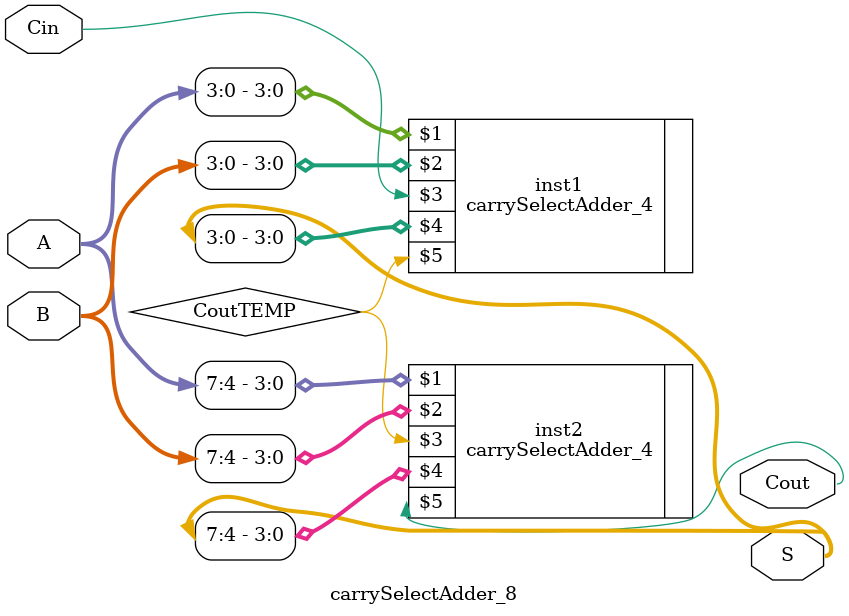
<source format=v>
module carrySelectAdder_8(A, B, Cin, S, Cout);

	input [7: 0] A, B;
	input Cin;
	output [7: 0] S;
	output Cout;
	wire CoutTEMP;

	carrySelectAdder_4 inst1(A[3: 0], B[3: 0], Cin, S[3: 0], CoutTEMP);
	carrySelectAdder_4 inst2(A[7: 4], B[7: 4], CoutTEMP, S[7: 4], Cout);

	

endmodule

</source>
